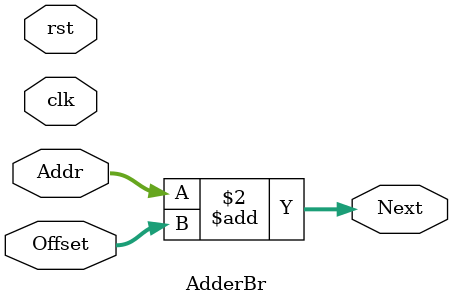
<source format=v>
module AdderBr(
	output reg[3:0] Next,
	input [3:0] Addr,
	input [3:0] Offset,
	input clk,
	input rst
);

always@(*)
begin
	Next = Addr + Offset;
end

endmodule
</source>
